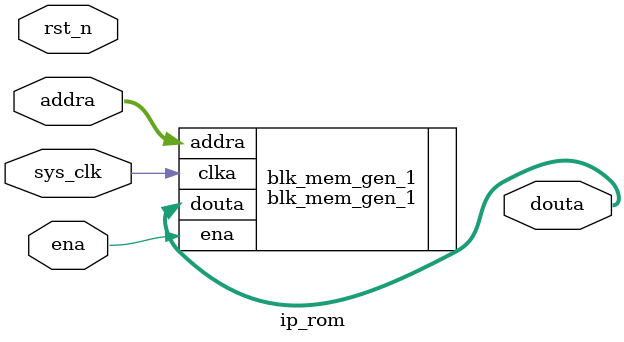
<source format=v>
`timescale 1ns / 1ps

module ip_rom(
    input               sys_clk,       //50MHzÏµÍ³Ê±ÖÓ(Ò»¸öÖÜÆÚÊÇ20ns£º1/50MHz=0.02us=20ns)
    //differential system clocks //200MHzÏµÍ³Ê±ÖÓ(Ò»¸öÖÜÆÚÊÇ5ns£º1/200MHz=0.005us=5ns)
    /*input               sys_clk_p,       // Differential input clock 200Mhz
    input               sys_clk_n,       // Differential input clock 200Mhz*/
    input            rst_n,
    input            ena,
    input  [3:0]  addra ,      //ÊäÈë rom µØÖ·
    output  wire [15:0]      douta      //Êä³ö rom Êý¾Ý

    );     
//ÊµÀý»¯ROM
blk_mem_gen_1 blk_mem_gen_1
(
    .clka   (sys_clk    ),      //inoput clka
    .ena(ena),      // input wire ena
    .addra  (addra ),      //input [3:0] addra
    .douta  (douta   )       //output [15:0] douta
);

endmodule

</source>
